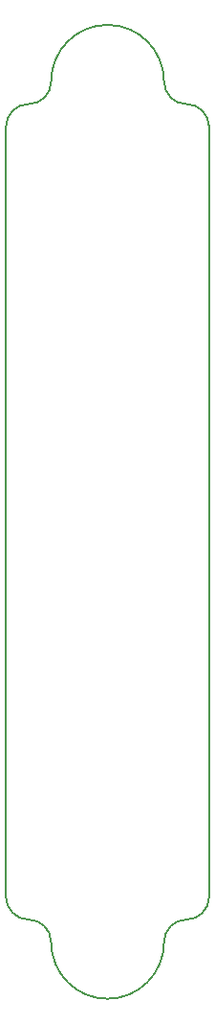
<source format=gm1>
%TF.GenerationSoftware,KiCad,Pcbnew,no-vcs-found-835c19f~60~ubuntu16.04.1*%
%TF.CreationDate,2017-10-14T22:29:22+01:00*%
%TF.ProjectId,altimeter,616C74696D657465722E6B696361645F,rev?*%
%TF.SameCoordinates,Original*%
%TF.FileFunction,Profile,NP*%
%FSLAX46Y46*%
G04 Gerber Fmt 4.6, Leading zero omitted, Abs format (unit mm)*
G04 Created by KiCad (PCBNEW no-vcs-found-835c19f~60~ubuntu16.04.1) date Sat Oct 14 22:29:22 2017*
%MOMM*%
%LPD*%
G01*
G04 APERTURE LIST*
%ADD10C,0.150000*%
G04 APERTURE END LIST*
D10*
X91000000Y-71000000D02*
X91000000Y-139000000D01*
X109000000Y-139000000D02*
X109000000Y-71000000D01*
X109000000Y-139000000D02*
G75*
G02X107000000Y-141000000I-2000000J0D01*
G01*
X93000000Y-141000000D02*
G75*
G02X91000000Y-139000000I0J2000000D01*
G01*
X105000000Y-143000000D02*
G75*
G02X107000000Y-141000000I2000000J0D01*
G01*
X93000000Y-141000000D02*
G75*
G02X95000000Y-143000000I0J-2000000D01*
G01*
X105000000Y-143000000D02*
G75*
G02X95000000Y-143000000I-5000000J0D01*
G01*
X91000000Y-71000000D02*
G75*
G02X93000000Y-69000000I2000000J0D01*
G01*
X95000000Y-67000000D02*
G75*
G02X93000000Y-69000000I-2000000J0D01*
G01*
X95000000Y-67000000D02*
G75*
G02X105000000Y-67000000I5000000J0D01*
G01*
X107000000Y-69000000D02*
G75*
G02X109000000Y-71000000I0J-2000000D01*
G01*
X107000000Y-69000000D02*
G75*
G02X105000000Y-67000000I0J2000000D01*
G01*
M02*

</source>
